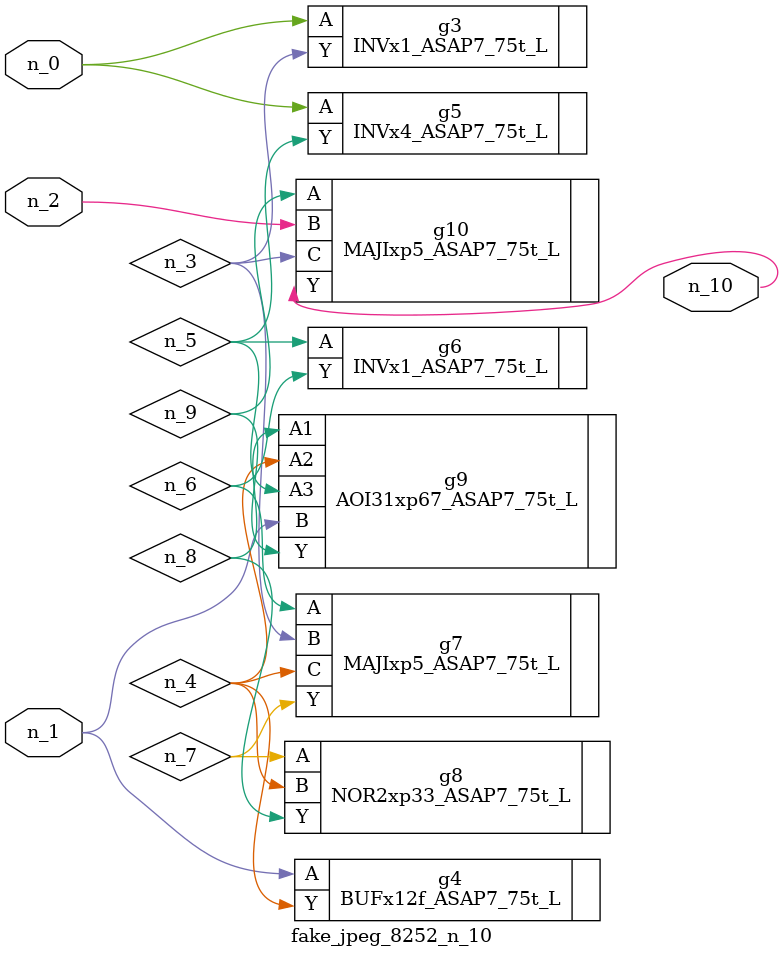
<source format=v>
module fake_jpeg_8252_n_10 (n_0, n_2, n_1, n_10);

input n_0;
input n_2;
input n_1;

output n_10;

wire n_3;
wire n_4;
wire n_8;
wire n_9;
wire n_6;
wire n_5;
wire n_7;

INVx1_ASAP7_75t_L g3 ( 
.A(n_0),
.Y(n_3)
);

BUFx12f_ASAP7_75t_L g4 ( 
.A(n_1),
.Y(n_4)
);

INVx4_ASAP7_75t_L g5 ( 
.A(n_0),
.Y(n_5)
);

INVx1_ASAP7_75t_L g6 ( 
.A(n_5),
.Y(n_6)
);

MAJIxp5_ASAP7_75t_L g7 ( 
.A(n_6),
.B(n_3),
.C(n_4),
.Y(n_7)
);

NOR2xp33_ASAP7_75t_L g8 ( 
.A(n_7),
.B(n_4),
.Y(n_8)
);

AOI31xp67_ASAP7_75t_L g9 ( 
.A1(n_8),
.A2(n_4),
.A3(n_5),
.B(n_1),
.Y(n_9)
);

MAJIxp5_ASAP7_75t_L g10 ( 
.A(n_9),
.B(n_2),
.C(n_3),
.Y(n_10)
);


endmodule
</source>
